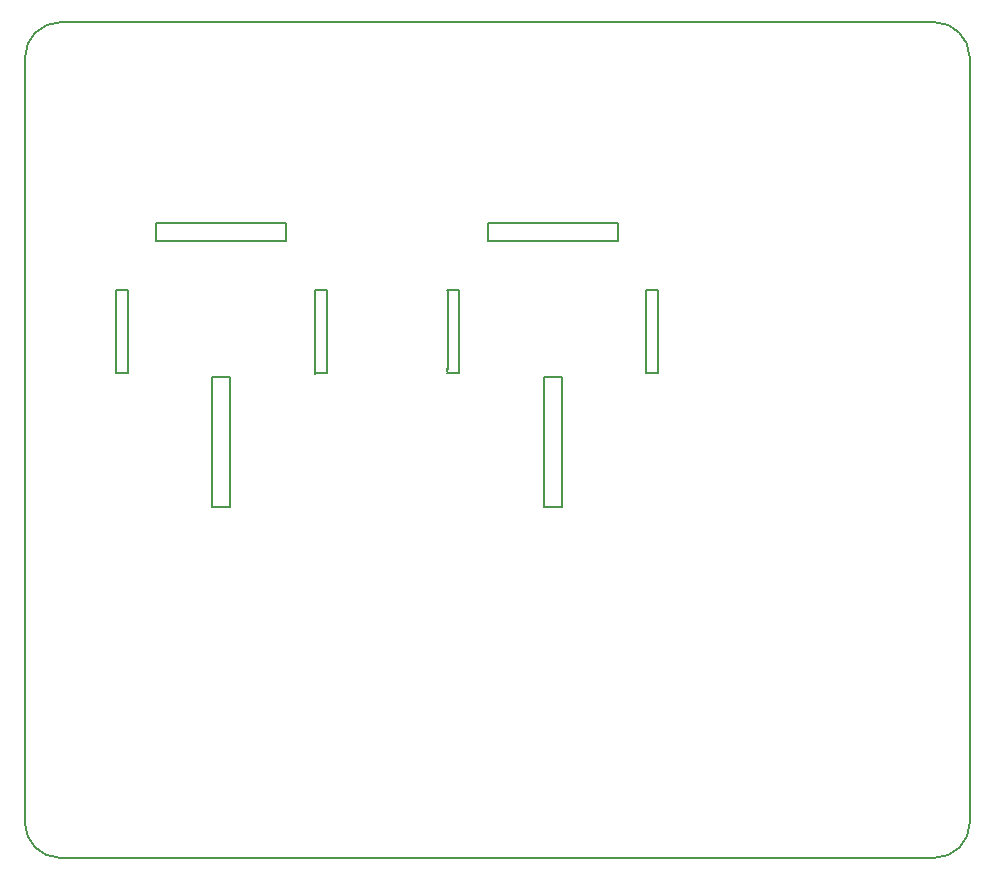
<source format=gbr>
G04 #@! TF.GenerationSoftware,KiCad,Pcbnew,(5.0.2)-1*
G04 #@! TF.CreationDate,2019-03-26T09:23:41+09:00*
G04 #@! TF.ProjectId,Power_exp,506f7765-725f-4657-9870-2e6b69636164,rev?*
G04 #@! TF.SameCoordinates,Original*
G04 #@! TF.FileFunction,Profile,NP*
%FSLAX46Y46*%
G04 Gerber Fmt 4.6, Leading zero omitted, Abs format (unit mm)*
G04 Created by KiCad (PCBNEW (5.0.2)-1) date 2019/03/26 9:23:41*
%MOMM*%
%LPD*%
G01*
G04 APERTURE LIST*
%ADD10C,0.200000*%
%ADD11C,0.150000*%
G04 APERTURE END LIST*
D10*
X155700000Y-65500000D02*
X155700000Y-65800000D01*
X155800000Y-59600000D02*
X155800000Y-58900000D01*
X155800000Y-59400000D02*
X155800000Y-65600000D01*
D11*
X127675000Y-58900000D02*
X128700000Y-58900000D01*
X127675000Y-65925000D02*
X127675000Y-58900000D01*
X128700000Y-65925000D02*
X127675000Y-65925000D01*
X128700000Y-58900000D02*
X128700000Y-65925000D01*
X137400000Y-66250000D02*
X135875000Y-66250000D01*
X137400000Y-66625000D02*
X137400000Y-66250000D01*
X137400000Y-77275000D02*
X137400000Y-66625000D01*
X135875000Y-77275000D02*
X137400000Y-77275000D01*
X135875000Y-66250000D02*
X135875000Y-77275000D01*
X144575000Y-59125000D02*
X144575000Y-58900000D01*
X144600000Y-66000000D02*
X144600000Y-59200000D01*
X145600000Y-65925000D02*
X144575000Y-65925000D01*
X145600000Y-58900000D02*
X145600000Y-65925000D01*
X144575000Y-58900000D02*
X145600000Y-58900000D01*
X140950000Y-54775000D02*
X142150000Y-54775000D01*
X131125000Y-54775000D02*
X140950000Y-54775000D01*
X131125000Y-53250000D02*
X131125000Y-54775000D01*
X142150000Y-53250000D02*
X131125000Y-53250000D01*
X142150000Y-54775000D02*
X142150000Y-53250000D01*
X165450000Y-66925000D02*
X165450000Y-66250000D01*
X165450000Y-77275000D02*
X165450000Y-66925000D01*
X163925000Y-77275000D02*
X165450000Y-77275000D01*
X163925000Y-66250000D02*
X163925000Y-77275000D01*
X165450000Y-66250000D02*
X163925000Y-66250000D01*
X156750000Y-65925000D02*
X156750000Y-58900000D01*
X156725000Y-65925000D02*
X156750000Y-65925000D01*
X155725000Y-65925000D02*
X156725000Y-65925000D01*
X156750000Y-58900000D02*
X155725000Y-58900000D01*
X159175000Y-53250000D02*
X170200000Y-53250000D01*
X159175000Y-54775000D02*
X159175000Y-53250000D01*
X170200000Y-54775000D02*
X159175000Y-54775000D01*
X170200000Y-53275000D02*
X170200000Y-54775000D01*
X172625000Y-65925000D02*
X172625000Y-58900000D01*
X173625000Y-65925000D02*
X172625000Y-65925000D01*
X173625000Y-58900000D02*
X173625000Y-65925000D01*
X172625000Y-58900000D02*
X173625000Y-58900000D01*
D10*
X197000000Y-107000000D02*
X123000000Y-107000000D01*
X200000000Y-39250000D02*
X200000000Y-104000000D01*
X120000000Y-104000000D02*
X120000000Y-39250000D01*
X197000000Y-36250000D02*
X123000000Y-36250000D01*
D11*
X120000000Y-104000000D02*
G75*
G03X123000000Y-107000000I3000000J0D01*
G01*
X197000000Y-107000000D02*
G75*
G03X200000000Y-104000000I0J3000000D01*
G01*
X123000000Y-36250000D02*
G75*
G03X120000000Y-39250000I0J-3000000D01*
G01*
X200000000Y-39250000D02*
G75*
G03X197000000Y-36250000I-3000000J0D01*
G01*
M02*

</source>
